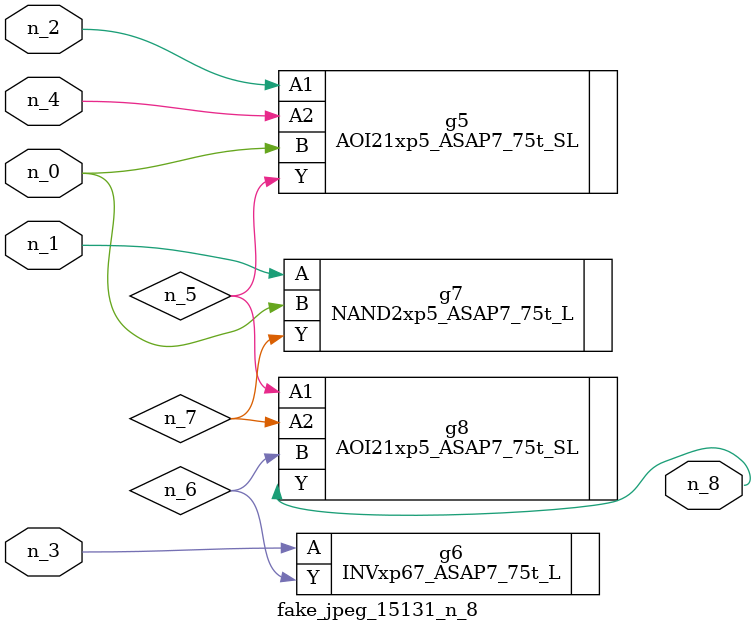
<source format=v>
module fake_jpeg_15131_n_8 (n_3, n_2, n_1, n_0, n_4, n_8);

input n_3;
input n_2;
input n_1;
input n_0;
input n_4;

output n_8;

wire n_6;
wire n_5;
wire n_7;

AOI21xp5_ASAP7_75t_SL g5 ( 
.A1(n_2),
.A2(n_4),
.B(n_0),
.Y(n_5)
);

INVxp67_ASAP7_75t_L g6 ( 
.A(n_3),
.Y(n_6)
);

NAND2xp5_ASAP7_75t_L g7 ( 
.A(n_1),
.B(n_0),
.Y(n_7)
);

AOI21xp5_ASAP7_75t_SL g8 ( 
.A1(n_5),
.A2(n_7),
.B(n_6),
.Y(n_8)
);


endmodule
</source>
